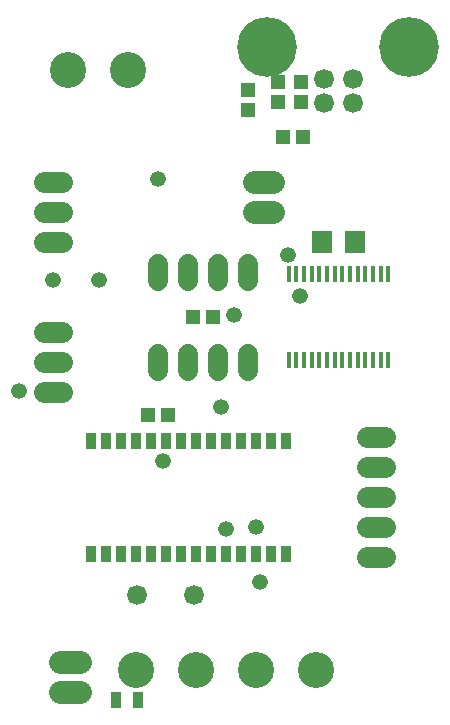
<source format=gbs>
G75*
G70*
%OFA0B0*%
%FSLAX24Y24*%
%IPPOS*%
%LPD*%
%AMOC8*
5,1,8,0,0,1.08239X$1,22.5*
%
%ADD10R,0.0360X0.0560*%
%ADD11C,0.0665*%
%ADD12C,0.0665*%
%ADD13R,0.0661X0.0740*%
%ADD14R,0.0472X0.0512*%
%ADD15R,0.0164X0.0577*%
%ADD16R,0.0512X0.0472*%
%ADD17C,0.0712*%
%ADD18C,0.1200*%
%ADD19C,0.0780*%
%ADD20R,0.0378X0.0535*%
%ADD21C,0.1992*%
%ADD22C,0.0523*%
D10*
X002917Y008747D03*
X003417Y008747D03*
X003917Y008747D03*
X004417Y008747D03*
X004917Y008747D03*
X005417Y008747D03*
X005917Y008747D03*
X006417Y008747D03*
X006917Y008747D03*
X007417Y008747D03*
X007917Y008747D03*
X008417Y008747D03*
X008917Y008747D03*
X009417Y008747D03*
X009417Y012510D03*
X008917Y012510D03*
X008417Y012510D03*
X007917Y012510D03*
X007417Y012510D03*
X006917Y012510D03*
X006417Y012510D03*
X005917Y012510D03*
X005417Y012510D03*
X004917Y012510D03*
X004417Y012510D03*
X003917Y012510D03*
X003417Y012510D03*
X002917Y012510D03*
D11*
X004467Y007379D03*
X006367Y007379D03*
X010675Y023774D03*
X010675Y024562D03*
X011659Y024562D03*
X011659Y023774D03*
D12*
X008167Y018406D02*
X008167Y017851D01*
X007167Y017851D02*
X007167Y018406D01*
X006167Y018406D02*
X006167Y017851D01*
X005167Y017851D02*
X005167Y018406D01*
X005167Y015406D02*
X005167Y014851D01*
X006167Y014851D02*
X006167Y015406D01*
X007167Y015406D02*
X007167Y014851D01*
X008167Y014851D02*
X008167Y015406D01*
D13*
X010616Y019129D03*
X011718Y019129D03*
D14*
X009917Y023794D03*
X009917Y024463D03*
X009167Y024463D03*
X009167Y023794D03*
X008167Y023544D03*
X008167Y024213D03*
D15*
X009504Y018068D03*
X009760Y018068D03*
X010016Y018068D03*
X010272Y018068D03*
X010527Y018068D03*
X010783Y018068D03*
X011039Y018068D03*
X011295Y018068D03*
X011551Y018068D03*
X011807Y018068D03*
X012063Y018068D03*
X012319Y018068D03*
X012575Y018068D03*
X012831Y018068D03*
X012831Y015189D03*
X012575Y015189D03*
X012319Y015189D03*
X012063Y015189D03*
X011807Y015189D03*
X011551Y015189D03*
X011295Y015189D03*
X011039Y015189D03*
X010783Y015189D03*
X010527Y015189D03*
X010272Y015189D03*
X010016Y015189D03*
X009760Y015189D03*
X009504Y015189D03*
D16*
X007002Y016629D03*
X006333Y016629D03*
X005502Y013379D03*
X004833Y013379D03*
X009333Y022629D03*
X010002Y022629D03*
D17*
X012120Y012629D02*
X012714Y012629D01*
X012714Y011629D02*
X012120Y011629D01*
X012120Y010629D02*
X012714Y010629D01*
X012714Y009629D02*
X012120Y009629D01*
X012120Y008629D02*
X012714Y008629D01*
X001964Y014129D02*
X001370Y014129D01*
X001370Y015129D02*
X001964Y015129D01*
X001964Y016129D02*
X001370Y016129D01*
X001370Y019129D02*
X001964Y019129D01*
X001964Y020129D02*
X001370Y020129D01*
X001370Y021129D02*
X001964Y021129D01*
D18*
X002167Y024879D03*
X004167Y024879D03*
X004417Y004879D03*
X006417Y004879D03*
X008417Y004879D03*
X010417Y004879D03*
D19*
X002542Y004129D02*
X001892Y004129D01*
X001892Y005129D02*
X002542Y005129D01*
X008342Y020129D02*
X008992Y020129D01*
X008992Y021129D02*
X008342Y021129D01*
D20*
X004472Y003879D03*
X003763Y003879D03*
D21*
X008797Y025629D03*
X013537Y025629D03*
D22*
X009487Y018689D03*
X009886Y017331D03*
X007685Y016689D03*
X007247Y013649D03*
X005327Y011850D03*
X007407Y009579D03*
X008417Y009629D03*
X008565Y007800D03*
X003183Y017877D03*
X001648Y017877D03*
X000506Y014176D03*
X005167Y021249D03*
M02*

</source>
